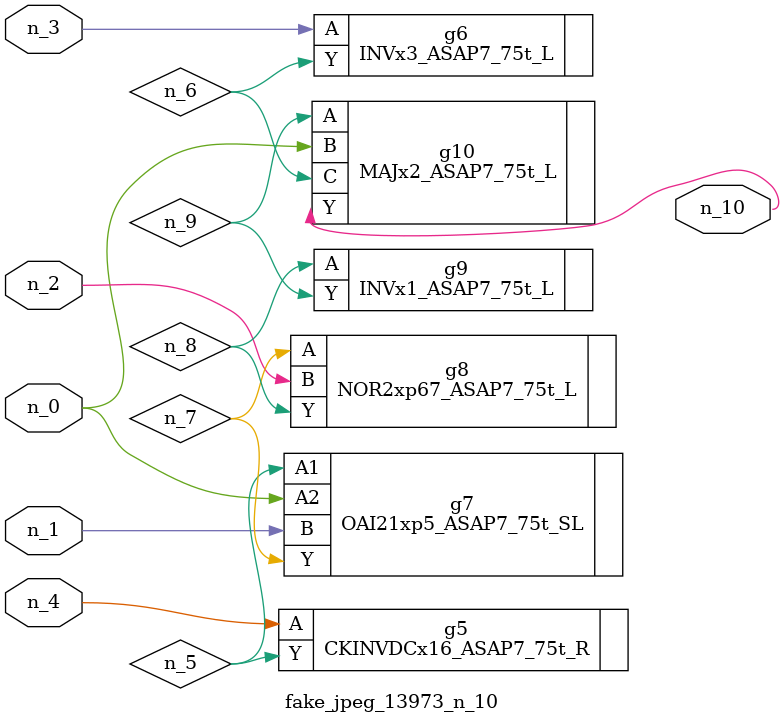
<source format=v>
module fake_jpeg_13973_n_10 (n_3, n_2, n_1, n_0, n_4, n_10);

input n_3;
input n_2;
input n_1;
input n_0;
input n_4;

output n_10;

wire n_8;
wire n_9;
wire n_6;
wire n_5;
wire n_7;

CKINVDCx16_ASAP7_75t_R g5 ( 
.A(n_4),
.Y(n_5)
);

INVx3_ASAP7_75t_L g6 ( 
.A(n_3),
.Y(n_6)
);

OAI21xp5_ASAP7_75t_SL g7 ( 
.A1(n_5),
.A2(n_0),
.B(n_1),
.Y(n_7)
);

NOR2xp67_ASAP7_75t_L g8 ( 
.A(n_7),
.B(n_2),
.Y(n_8)
);

INVx1_ASAP7_75t_L g9 ( 
.A(n_8),
.Y(n_9)
);

MAJx2_ASAP7_75t_L g10 ( 
.A(n_9),
.B(n_0),
.C(n_6),
.Y(n_10)
);


endmodule
</source>
